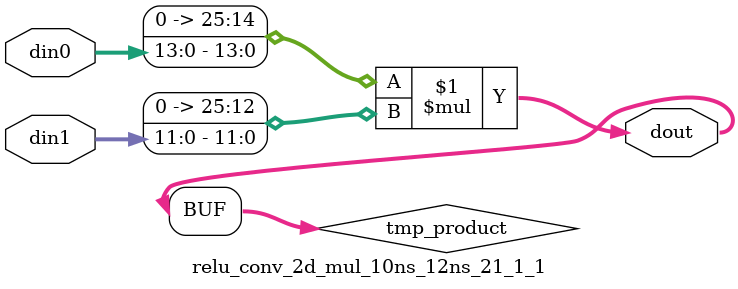
<source format=v>

`timescale 1 ns / 1 ps

 module relu_conv_2d_mul_10ns_12ns_21_1_1(din0, din1, dout);
parameter ID = 1;
parameter NUM_STAGE = 0;
parameter din0_WIDTH = 14;
parameter din1_WIDTH = 12;
parameter dout_WIDTH = 26;

input [din0_WIDTH - 1 : 0] din0; 
input [din1_WIDTH - 1 : 0] din1; 
output [dout_WIDTH - 1 : 0] dout;

wire signed [dout_WIDTH - 1 : 0] tmp_product;
























assign tmp_product = $signed({1'b0, din0}) * $signed({1'b0, din1});











assign dout = tmp_product;





















endmodule

</source>
